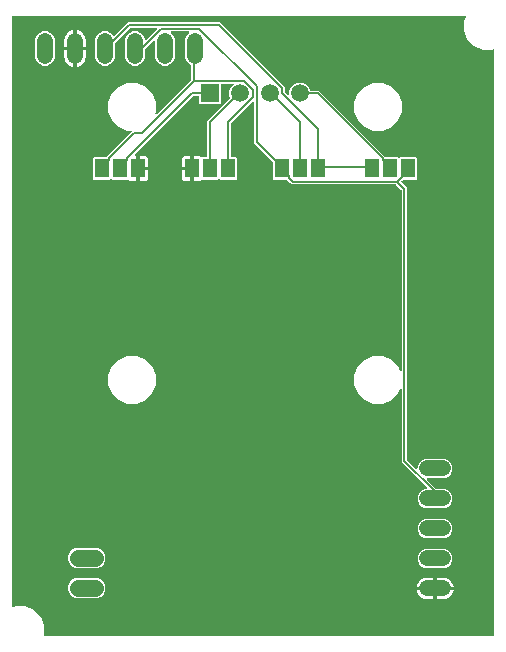
<source format=gbr>
G04 EAGLE Gerber RS-274X export*
G75*
%MOMM*%
%FSLAX34Y34*%
%LPD*%
%INBottom Copper*%
%IPPOS*%
%AMOC8*
5,1,8,0,0,1.08239X$1,22.5*%
G01*
%ADD10R,1.168400X1.600200*%
%ADD11C,1.320800*%
%ADD12R,1.508000X1.508000*%
%ADD13C,1.508000*%
%ADD14C,1.422400*%
%ADD15C,0.152400*%

G36*
X582698Y111764D02*
X582698Y111764D01*
X582717Y111762D01*
X582819Y111784D01*
X582921Y111800D01*
X582938Y111810D01*
X582958Y111814D01*
X583047Y111867D01*
X583138Y111916D01*
X583152Y111930D01*
X583169Y111940D01*
X583236Y112019D01*
X583308Y112094D01*
X583316Y112112D01*
X583329Y112127D01*
X583368Y112223D01*
X583411Y112317D01*
X583413Y112337D01*
X583421Y112355D01*
X583439Y112522D01*
X583439Y608004D01*
X583432Y608049D01*
X583434Y608095D01*
X583412Y608170D01*
X583400Y608247D01*
X583378Y608287D01*
X583365Y608332D01*
X583321Y608396D01*
X583284Y608464D01*
X583251Y608496D01*
X583225Y608534D01*
X583162Y608580D01*
X583106Y608634D01*
X583065Y608653D01*
X583028Y608680D01*
X582953Y608704D01*
X582883Y608737D01*
X582837Y608742D01*
X582794Y608756D01*
X582716Y608756D01*
X582639Y608764D01*
X582594Y608755D01*
X582548Y608754D01*
X582417Y608716D01*
X582398Y608712D01*
X582394Y608709D01*
X582387Y608707D01*
X581860Y608489D01*
X573840Y608489D01*
X566430Y611559D01*
X560759Y617230D01*
X557689Y624640D01*
X557689Y632660D01*
X559233Y636387D01*
X559243Y636431D01*
X559263Y636473D01*
X559271Y636550D01*
X559289Y636626D01*
X559285Y636672D01*
X559290Y636717D01*
X559273Y636794D01*
X559266Y636871D01*
X559247Y636913D01*
X559238Y636958D01*
X559198Y637025D01*
X559166Y637096D01*
X559135Y637130D01*
X559111Y637169D01*
X559052Y637220D01*
X559000Y637277D01*
X558959Y637299D01*
X558924Y637329D01*
X558852Y637358D01*
X558784Y637395D01*
X558739Y637404D01*
X558696Y637421D01*
X558560Y637436D01*
X558542Y637439D01*
X558537Y637438D01*
X558530Y637439D01*
X176022Y637439D01*
X176002Y637436D01*
X175983Y637438D01*
X175881Y637416D01*
X175779Y637400D01*
X175762Y637390D01*
X175742Y637386D01*
X175653Y637333D01*
X175562Y637284D01*
X175548Y637270D01*
X175531Y637260D01*
X175464Y637181D01*
X175392Y637106D01*
X175384Y637088D01*
X175371Y637073D01*
X175332Y636977D01*
X175289Y636883D01*
X175287Y636863D01*
X175279Y636845D01*
X175261Y636678D01*
X175261Y137242D01*
X175268Y137197D01*
X175266Y137151D01*
X175288Y137076D01*
X175300Y136999D01*
X175322Y136959D01*
X175335Y136914D01*
X175379Y136850D01*
X175416Y136782D01*
X175449Y136750D01*
X175475Y136712D01*
X175537Y136666D01*
X175594Y136612D01*
X175636Y136593D01*
X175672Y136566D01*
X175746Y136542D01*
X175817Y136509D01*
X175863Y136504D01*
X175906Y136489D01*
X175984Y136490D01*
X176061Y136482D01*
X176106Y136491D01*
X176152Y136492D01*
X176284Y136530D01*
X176302Y136534D01*
X176306Y136536D01*
X176313Y136539D01*
X178306Y137364D01*
X186326Y137364D01*
X193736Y134295D01*
X199408Y128623D01*
X202477Y121213D01*
X202477Y113193D01*
X202320Y112813D01*
X202309Y112769D01*
X202290Y112727D01*
X202281Y112650D01*
X202263Y112574D01*
X202268Y112528D01*
X202263Y112483D01*
X202279Y112406D01*
X202286Y112329D01*
X202305Y112287D01*
X202315Y112242D01*
X202355Y112175D01*
X202386Y112104D01*
X202418Y112070D01*
X202441Y112031D01*
X202500Y111980D01*
X202553Y111923D01*
X202593Y111901D01*
X202628Y111871D01*
X202700Y111842D01*
X202768Y111805D01*
X202813Y111796D01*
X202856Y111779D01*
X202992Y111764D01*
X203010Y111761D01*
X203015Y111762D01*
X203023Y111761D01*
X582678Y111761D01*
X582698Y111764D01*
G37*
%LPC*%
G36*
X525179Y220471D02*
X525179Y220471D01*
X522191Y221709D01*
X519905Y223995D01*
X518667Y226983D01*
X518667Y230217D01*
X519905Y233205D01*
X522191Y235491D01*
X525179Y236729D01*
X526296Y236729D01*
X526366Y236740D01*
X526438Y236742D01*
X526487Y236760D01*
X526538Y236768D01*
X526602Y236802D01*
X526669Y236827D01*
X526710Y236859D01*
X526756Y236884D01*
X526805Y236936D01*
X526861Y236980D01*
X526889Y237024D01*
X526925Y237062D01*
X526955Y237127D01*
X526994Y237187D01*
X527007Y237238D01*
X527029Y237285D01*
X527037Y237356D01*
X527054Y237426D01*
X527050Y237478D01*
X527056Y237529D01*
X527041Y237600D01*
X527035Y237671D01*
X527015Y237719D01*
X527004Y237770D01*
X526967Y237831D01*
X526939Y237897D01*
X526894Y237953D01*
X526877Y237981D01*
X526860Y237996D01*
X526834Y238028D01*
X506768Y258094D01*
X505205Y259657D01*
X505205Y320862D01*
X505190Y320958D01*
X505180Y321055D01*
X505170Y321079D01*
X505166Y321105D01*
X505120Y321191D01*
X505080Y321280D01*
X505063Y321299D01*
X505050Y321322D01*
X504980Y321390D01*
X504914Y321461D01*
X504891Y321474D01*
X504872Y321492D01*
X504784Y321533D01*
X504698Y321580D01*
X504673Y321584D01*
X504649Y321595D01*
X504552Y321606D01*
X504456Y321623D01*
X504430Y321620D01*
X504405Y321623D01*
X504309Y321602D01*
X504213Y321588D01*
X504190Y321576D01*
X504164Y321570D01*
X504081Y321520D01*
X503994Y321476D01*
X503975Y321457D01*
X503953Y321444D01*
X503890Y321370D01*
X503822Y321301D01*
X503806Y321272D01*
X503793Y321257D01*
X503781Y321227D01*
X503741Y321154D01*
X502231Y317510D01*
X496560Y311839D01*
X489150Y308769D01*
X481130Y308769D01*
X473720Y311839D01*
X468049Y317510D01*
X464979Y324920D01*
X464979Y332940D01*
X468049Y340350D01*
X473720Y346021D01*
X481130Y349091D01*
X489150Y349091D01*
X496560Y346021D01*
X502231Y340350D01*
X503741Y336706D01*
X503792Y336623D01*
X503838Y336538D01*
X503856Y336520D01*
X503870Y336497D01*
X503946Y336435D01*
X504016Y336368D01*
X504040Y336357D01*
X504060Y336340D01*
X504151Y336306D01*
X504239Y336265D01*
X504265Y336262D01*
X504289Y336252D01*
X504387Y336248D01*
X504483Y336237D01*
X504509Y336243D01*
X504535Y336242D01*
X504629Y336269D01*
X504724Y336290D01*
X504746Y336303D01*
X504771Y336310D01*
X504851Y336366D01*
X504935Y336416D01*
X504952Y336436D01*
X504973Y336451D01*
X505032Y336529D01*
X505095Y336603D01*
X505105Y336627D01*
X505120Y336648D01*
X505150Y336741D01*
X505187Y336831D01*
X505190Y336863D01*
X505196Y336882D01*
X505196Y336915D01*
X505205Y336998D01*
X505205Y489465D01*
X505191Y489556D01*
X505183Y489646D01*
X505171Y489676D01*
X505166Y489708D01*
X505123Y489789D01*
X505087Y489873D01*
X505061Y489905D01*
X505050Y489926D01*
X505027Y489948D01*
X504982Y490004D01*
X500672Y494314D01*
X500598Y494367D01*
X500528Y494427D01*
X500498Y494439D01*
X500472Y494458D01*
X500385Y494485D01*
X500300Y494519D01*
X500259Y494523D01*
X500237Y494530D01*
X500205Y494529D01*
X500133Y494537D01*
X412057Y494537D01*
X410494Y496100D01*
X408343Y498251D01*
X408269Y498304D01*
X408199Y498364D01*
X408169Y498376D01*
X408143Y498395D01*
X408056Y498422D01*
X407971Y498456D01*
X407930Y498460D01*
X407908Y498467D01*
X407876Y498466D01*
X407805Y498474D01*
X397386Y498474D01*
X396493Y499367D01*
X396493Y512833D01*
X396479Y512924D01*
X396471Y513014D01*
X396459Y513044D01*
X396454Y513076D01*
X396411Y513157D01*
X396375Y513241D01*
X396349Y513273D01*
X396338Y513294D01*
X396315Y513316D01*
X396270Y513372D01*
X380237Y529405D01*
X380237Y564142D01*
X380226Y564212D01*
X380224Y564284D01*
X380206Y564333D01*
X380198Y564384D01*
X380164Y564448D01*
X380139Y564515D01*
X380107Y564556D01*
X380082Y564602D01*
X380030Y564651D01*
X379986Y564707D01*
X379942Y564735D01*
X379904Y564771D01*
X379839Y564801D01*
X379779Y564840D01*
X379728Y564853D01*
X379681Y564875D01*
X379610Y564883D01*
X379540Y564900D01*
X379488Y564896D01*
X379437Y564902D01*
X379366Y564887D01*
X379295Y564881D01*
X379247Y564861D01*
X379196Y564850D01*
X379135Y564813D01*
X379069Y564785D01*
X379013Y564740D01*
X378985Y564723D01*
X378970Y564706D01*
X378938Y564680D01*
X360650Y546392D01*
X360597Y546318D01*
X360537Y546248D01*
X360525Y546218D01*
X360506Y546192D01*
X360479Y546105D01*
X360445Y546020D01*
X360441Y545979D01*
X360434Y545957D01*
X360435Y545925D01*
X360427Y545853D01*
X360427Y518287D01*
X360430Y518267D01*
X360428Y518248D01*
X360450Y518146D01*
X360466Y518044D01*
X360476Y518027D01*
X360480Y518007D01*
X360533Y517918D01*
X360582Y517827D01*
X360596Y517813D01*
X360606Y517796D01*
X360685Y517729D01*
X360760Y517657D01*
X360778Y517649D01*
X360793Y517636D01*
X360889Y517597D01*
X360983Y517554D01*
X361003Y517552D01*
X361021Y517544D01*
X361188Y517526D01*
X364614Y517526D01*
X365507Y516633D01*
X365507Y499367D01*
X364614Y498474D01*
X351666Y498474D01*
X351058Y499082D01*
X351042Y499094D01*
X351030Y499110D01*
X350942Y499166D01*
X350859Y499226D01*
X350840Y499232D01*
X350823Y499243D01*
X350722Y499268D01*
X350623Y499298D01*
X350604Y499298D01*
X350584Y499303D01*
X350481Y499295D01*
X350378Y499292D01*
X350359Y499285D01*
X350339Y499284D01*
X350244Y499243D01*
X350147Y499208D01*
X350131Y499195D01*
X350113Y499187D01*
X349982Y499082D01*
X349374Y498474D01*
X336383Y498474D01*
X336337Y498508D01*
X336318Y498513D01*
X336301Y498524D01*
X336201Y498549D01*
X336102Y498580D01*
X336082Y498579D01*
X336063Y498584D01*
X335960Y498576D01*
X335856Y498574D01*
X335837Y498567D01*
X335817Y498565D01*
X335722Y498525D01*
X335625Y498489D01*
X335609Y498477D01*
X335591Y498469D01*
X335460Y498364D01*
X335062Y497966D01*
X334483Y497631D01*
X333836Y497458D01*
X329183Y497458D01*
X329183Y507238D01*
X329180Y507258D01*
X329182Y507277D01*
X329160Y507379D01*
X329143Y507481D01*
X329134Y507498D01*
X329130Y507518D01*
X329077Y507607D01*
X329028Y507698D01*
X329014Y507712D01*
X329004Y507729D01*
X328925Y507796D01*
X328850Y507867D01*
X328832Y507876D01*
X328817Y507889D01*
X328721Y507928D01*
X328627Y507971D01*
X328607Y507973D01*
X328589Y507981D01*
X328422Y507999D01*
X327659Y507999D01*
X327659Y508001D01*
X328422Y508001D01*
X328442Y508004D01*
X328461Y508002D01*
X328563Y508024D01*
X328665Y508041D01*
X328682Y508050D01*
X328702Y508054D01*
X328791Y508107D01*
X328882Y508156D01*
X328896Y508170D01*
X328913Y508180D01*
X328980Y508259D01*
X329051Y508334D01*
X329060Y508352D01*
X329073Y508367D01*
X329112Y508463D01*
X329155Y508557D01*
X329157Y508577D01*
X329165Y508595D01*
X329183Y508762D01*
X329183Y518542D01*
X333836Y518542D01*
X334483Y518369D01*
X335062Y518034D01*
X335460Y517636D01*
X335476Y517624D01*
X335489Y517609D01*
X335576Y517553D01*
X335660Y517492D01*
X335679Y517487D01*
X335696Y517476D01*
X335796Y517451D01*
X335895Y517420D01*
X335915Y517421D01*
X335934Y517416D01*
X336037Y517424D01*
X336141Y517426D01*
X336160Y517433D01*
X336180Y517435D01*
X336275Y517475D01*
X336372Y517511D01*
X336387Y517523D01*
X336393Y517526D01*
X339852Y517526D01*
X339872Y517529D01*
X339891Y517527D01*
X339993Y517549D01*
X340095Y517565D01*
X340112Y517575D01*
X340132Y517579D01*
X340221Y517632D01*
X340312Y517681D01*
X340326Y517695D01*
X340343Y517705D01*
X340410Y517784D01*
X340482Y517859D01*
X340490Y517877D01*
X340503Y517892D01*
X340542Y517988D01*
X340585Y518082D01*
X340587Y518102D01*
X340595Y518120D01*
X340613Y518287D01*
X340613Y548063D01*
X359758Y567208D01*
X359815Y567287D01*
X359847Y567321D01*
X359860Y567348D01*
X359896Y567396D01*
X359898Y567402D01*
X359901Y567407D01*
X359929Y567496D01*
X359951Y567544D01*
X359955Y567578D01*
X359972Y567630D01*
X359972Y567636D01*
X359974Y567642D01*
X359971Y567728D01*
X359978Y567789D01*
X359970Y567827D01*
X359969Y567876D01*
X359967Y567883D01*
X359967Y567888D01*
X359961Y567906D01*
X359928Y568018D01*
X359926Y568029D01*
X359924Y568032D01*
X359923Y568037D01*
X359235Y569697D01*
X359235Y573303D01*
X360615Y576635D01*
X362562Y578582D01*
X362604Y578640D01*
X362653Y578692D01*
X362675Y578739D01*
X362706Y578781D01*
X362727Y578850D01*
X362757Y578915D01*
X362763Y578967D01*
X362778Y579017D01*
X362776Y579088D01*
X362784Y579159D01*
X362773Y579210D01*
X362772Y579262D01*
X362747Y579330D01*
X362732Y579400D01*
X362705Y579445D01*
X362687Y579493D01*
X362642Y579549D01*
X362606Y579611D01*
X362566Y579645D01*
X362534Y579685D01*
X362473Y579724D01*
X362419Y579771D01*
X362371Y579790D01*
X362327Y579818D01*
X362257Y579836D01*
X362191Y579863D01*
X362119Y579871D01*
X362088Y579879D01*
X362065Y579877D01*
X362024Y579881D01*
X352726Y579881D01*
X352706Y579878D01*
X352687Y579880D01*
X352585Y579858D01*
X352483Y579842D01*
X352466Y579832D01*
X352446Y579828D01*
X352357Y579775D01*
X352266Y579726D01*
X352252Y579712D01*
X352235Y579702D01*
X352168Y579623D01*
X352096Y579548D01*
X352088Y579530D01*
X352075Y579515D01*
X352036Y579419D01*
X351993Y579325D01*
X351991Y579305D01*
X351983Y579287D01*
X351965Y579120D01*
X351965Y563328D01*
X351072Y562435D01*
X334728Y562435D01*
X333835Y563328D01*
X333835Y568452D01*
X333832Y568472D01*
X333834Y568491D01*
X333812Y568593D01*
X333796Y568695D01*
X333786Y568712D01*
X333782Y568732D01*
X333729Y568821D01*
X333680Y568912D01*
X333666Y568926D01*
X333656Y568943D01*
X333577Y569010D01*
X333502Y569082D01*
X333484Y569090D01*
X333469Y569103D01*
X333373Y569142D01*
X333279Y569185D01*
X333259Y569187D01*
X333241Y569195D01*
X333074Y569213D01*
X328923Y569213D01*
X328832Y569199D01*
X328742Y569191D01*
X328712Y569179D01*
X328680Y569174D01*
X328599Y569131D01*
X328515Y569095D01*
X328483Y569069D01*
X328462Y569058D01*
X328440Y569035D01*
X328384Y568990D01*
X279235Y519841D01*
X279193Y519783D01*
X279144Y519731D01*
X279122Y519684D01*
X279092Y519642D01*
X279071Y519573D01*
X279040Y519508D01*
X279035Y519456D01*
X279019Y519406D01*
X279021Y519335D01*
X279013Y519264D01*
X279024Y519213D01*
X279026Y519161D01*
X279050Y519093D01*
X279065Y519023D01*
X279092Y518978D01*
X279110Y518930D01*
X279155Y518874D01*
X279192Y518812D01*
X279231Y518778D01*
X279264Y518738D01*
X279324Y518699D01*
X279379Y518652D01*
X279427Y518633D01*
X279471Y518605D01*
X279540Y518587D01*
X279607Y518560D01*
X279678Y518552D01*
X279709Y518544D01*
X279733Y518546D01*
X279773Y518542D01*
X280417Y518542D01*
X280417Y508762D01*
X280420Y508742D01*
X280418Y508723D01*
X280440Y508621D01*
X280457Y508519D01*
X280466Y508502D01*
X280470Y508482D01*
X280523Y508393D01*
X280572Y508302D01*
X280586Y508288D01*
X280596Y508271D01*
X280675Y508204D01*
X280750Y508133D01*
X280768Y508124D01*
X280783Y508111D01*
X280879Y508072D01*
X280973Y508029D01*
X280993Y508027D01*
X281011Y508019D01*
X281178Y508001D01*
X281941Y508001D01*
X281941Y507999D01*
X281178Y507999D01*
X281158Y507996D01*
X281139Y507998D01*
X281037Y507976D01*
X280935Y507959D01*
X280918Y507950D01*
X280898Y507946D01*
X280809Y507893D01*
X280718Y507844D01*
X280704Y507830D01*
X280687Y507820D01*
X280620Y507741D01*
X280549Y507666D01*
X280540Y507648D01*
X280527Y507633D01*
X280488Y507537D01*
X280445Y507443D01*
X280443Y507423D01*
X280435Y507405D01*
X280417Y507238D01*
X280417Y497458D01*
X275764Y497458D01*
X275117Y497631D01*
X274538Y497966D01*
X274140Y498364D01*
X274124Y498376D01*
X274111Y498391D01*
X274024Y498447D01*
X273940Y498508D01*
X273921Y498513D01*
X273904Y498524D01*
X273804Y498549D01*
X273705Y498580D01*
X273685Y498579D01*
X273666Y498584D01*
X273563Y498576D01*
X273459Y498574D01*
X273440Y498567D01*
X273420Y498565D01*
X273325Y498525D01*
X273228Y498489D01*
X273213Y498477D01*
X273207Y498474D01*
X260226Y498474D01*
X259618Y499082D01*
X259602Y499094D01*
X259590Y499110D01*
X259502Y499166D01*
X259419Y499226D01*
X259400Y499232D01*
X259383Y499243D01*
X259282Y499268D01*
X259183Y499298D01*
X259164Y499298D01*
X259144Y499303D01*
X259041Y499295D01*
X258938Y499292D01*
X258919Y499285D01*
X258899Y499284D01*
X258804Y499243D01*
X258707Y499208D01*
X258691Y499195D01*
X258673Y499187D01*
X258542Y499082D01*
X257934Y498474D01*
X244986Y498474D01*
X244093Y499367D01*
X244093Y516633D01*
X244986Y517526D01*
X254896Y517526D01*
X254987Y517540D01*
X255077Y517548D01*
X255107Y517560D01*
X255139Y517565D01*
X255220Y517608D01*
X255304Y517644D01*
X255336Y517670D01*
X255357Y517681D01*
X255379Y517704D01*
X255435Y517749D01*
X276296Y538610D01*
X276338Y538668D01*
X276387Y538720D01*
X276409Y538767D01*
X276439Y538809D01*
X276460Y538878D01*
X276491Y538943D01*
X276496Y538995D01*
X276512Y539045D01*
X276510Y539116D01*
X276518Y539187D01*
X276507Y539238D01*
X276505Y539290D01*
X276481Y539358D01*
X276466Y539428D01*
X276439Y539473D01*
X276421Y539521D01*
X276376Y539577D01*
X276339Y539639D01*
X276300Y539673D01*
X276267Y539713D01*
X276207Y539752D01*
X276152Y539799D01*
X276104Y539818D01*
X276060Y539846D01*
X275991Y539864D01*
X275924Y539891D01*
X275853Y539899D01*
X275822Y539907D01*
X275798Y539905D01*
X275758Y539909D01*
X272850Y539909D01*
X265440Y542979D01*
X259769Y548650D01*
X256699Y556060D01*
X256699Y564080D01*
X259769Y571490D01*
X265440Y577161D01*
X272850Y580231D01*
X280870Y580231D01*
X288280Y577161D01*
X293951Y571490D01*
X297021Y564080D01*
X297021Y556060D01*
X296490Y554780D01*
X296468Y554685D01*
X296440Y554592D01*
X296440Y554565D01*
X296434Y554540D01*
X296443Y554443D01*
X296446Y554346D01*
X296455Y554321D01*
X296457Y554295D01*
X296497Y554206D01*
X296530Y554115D01*
X296547Y554094D01*
X296557Y554070D01*
X296623Y553999D01*
X296684Y553923D01*
X296706Y553909D01*
X296724Y553889D01*
X296809Y553842D01*
X296891Y553790D01*
X296916Y553783D01*
X296939Y553771D01*
X297035Y553753D01*
X297129Y553730D01*
X297155Y553732D01*
X297181Y553727D01*
X297278Y553741D01*
X297375Y553749D01*
X297399Y553759D01*
X297425Y553763D01*
X297512Y553807D01*
X297601Y553845D01*
X297626Y553865D01*
X297644Y553874D01*
X297667Y553898D01*
X297732Y553950D01*
X326674Y582892D01*
X326727Y582966D01*
X326787Y583036D01*
X326799Y583066D01*
X326818Y583092D01*
X326845Y583179D01*
X326879Y583264D01*
X326883Y583305D01*
X326890Y583327D01*
X326889Y583359D01*
X326897Y583431D01*
X326897Y595057D01*
X326878Y595172D01*
X326861Y595288D01*
X326859Y595294D01*
X326858Y595300D01*
X326803Y595402D01*
X326750Y595507D01*
X326745Y595512D01*
X326742Y595517D01*
X326658Y595597D01*
X326574Y595679D01*
X326568Y595683D01*
X326564Y595686D01*
X326547Y595694D01*
X326427Y595760D01*
X325595Y596105D01*
X323309Y598391D01*
X322071Y601379D01*
X322071Y617821D01*
X323309Y620809D01*
X325278Y622778D01*
X325320Y622836D01*
X325369Y622888D01*
X325391Y622935D01*
X325422Y622977D01*
X325443Y623046D01*
X325473Y623111D01*
X325479Y623163D01*
X325494Y623213D01*
X325492Y623284D01*
X325500Y623355D01*
X325489Y623406D01*
X325488Y623458D01*
X325463Y623526D01*
X325448Y623596D01*
X325421Y623641D01*
X325403Y623689D01*
X325358Y623745D01*
X325321Y623807D01*
X325282Y623841D01*
X325249Y623881D01*
X325189Y623920D01*
X325135Y623967D01*
X325086Y623986D01*
X325042Y624014D01*
X324973Y624032D01*
X324906Y624059D01*
X324835Y624067D01*
X324804Y624075D01*
X324781Y624073D01*
X324740Y624077D01*
X310260Y624077D01*
X310190Y624066D01*
X310118Y624064D01*
X310069Y624046D01*
X310018Y624038D01*
X309954Y624004D01*
X309887Y623979D01*
X309846Y623947D01*
X309800Y623922D01*
X309751Y623870D01*
X309695Y623826D01*
X309667Y623782D01*
X309631Y623744D01*
X309601Y623679D01*
X309562Y623619D01*
X309549Y623568D01*
X309527Y623521D01*
X309519Y623450D01*
X309502Y623380D01*
X309506Y623328D01*
X309500Y623277D01*
X309515Y623206D01*
X309521Y623135D01*
X309541Y623087D01*
X309552Y623036D01*
X309589Y622975D01*
X309617Y622909D01*
X309662Y622853D01*
X309679Y622825D01*
X309696Y622810D01*
X309722Y622778D01*
X311691Y620809D01*
X312929Y617821D01*
X312929Y601379D01*
X311691Y598391D01*
X309405Y596105D01*
X306417Y594867D01*
X303183Y594867D01*
X300195Y596105D01*
X297909Y598391D01*
X296671Y601379D01*
X296671Y616212D01*
X296660Y616282D01*
X296658Y616354D01*
X296640Y616403D01*
X296632Y616454D01*
X296598Y616518D01*
X296573Y616585D01*
X296541Y616626D01*
X296516Y616672D01*
X296465Y616721D01*
X296420Y616777D01*
X296376Y616805D01*
X296338Y616841D01*
X296273Y616871D01*
X296213Y616910D01*
X296162Y616923D01*
X296115Y616945D01*
X296044Y616953D01*
X295974Y616970D01*
X295922Y616966D01*
X295871Y616972D01*
X295800Y616957D01*
X295729Y616951D01*
X295681Y616931D01*
X295630Y616920D01*
X295569Y616883D01*
X295503Y616855D01*
X295447Y616810D01*
X295419Y616793D01*
X295404Y616776D01*
X295372Y616750D01*
X287752Y609130D01*
X287699Y609056D01*
X287639Y608986D01*
X287627Y608956D01*
X287608Y608930D01*
X287581Y608843D01*
X287547Y608758D01*
X287543Y608717D01*
X287536Y608695D01*
X287537Y608663D01*
X287529Y608592D01*
X287529Y601379D01*
X286291Y598391D01*
X284005Y596105D01*
X281017Y594867D01*
X277783Y594867D01*
X274795Y596105D01*
X272509Y598391D01*
X271271Y601379D01*
X271271Y617821D01*
X272509Y620809D01*
X274795Y623095D01*
X277783Y624333D01*
X281017Y624333D01*
X284005Y623095D01*
X286291Y620809D01*
X287529Y617821D01*
X287529Y617212D01*
X287531Y617200D01*
X287530Y617191D01*
X287540Y617146D01*
X287540Y617142D01*
X287542Y617070D01*
X287560Y617021D01*
X287568Y616970D01*
X287602Y616906D01*
X287627Y616839D01*
X287659Y616798D01*
X287684Y616752D01*
X287735Y616703D01*
X287780Y616647D01*
X287824Y616619D01*
X287862Y616583D01*
X287927Y616553D01*
X287987Y616514D01*
X288038Y616501D01*
X288085Y616479D01*
X288156Y616471D01*
X288226Y616454D01*
X288278Y616458D01*
X288329Y616452D01*
X288400Y616467D01*
X288471Y616473D01*
X288519Y616493D01*
X288570Y616504D01*
X288631Y616541D01*
X288697Y616569D01*
X288753Y616614D01*
X288781Y616631D01*
X288796Y616648D01*
X288828Y616674D01*
X297980Y625826D01*
X298022Y625884D01*
X298071Y625936D01*
X298093Y625983D01*
X298123Y626025D01*
X298144Y626094D01*
X298175Y626159D01*
X298180Y626211D01*
X298196Y626261D01*
X298194Y626332D01*
X298202Y626403D01*
X298191Y626454D01*
X298189Y626506D01*
X298165Y626574D01*
X298150Y626644D01*
X298123Y626688D01*
X298105Y626737D01*
X298060Y626793D01*
X298023Y626855D01*
X297984Y626889D01*
X297951Y626929D01*
X297891Y626968D01*
X297836Y627015D01*
X297788Y627034D01*
X297744Y627062D01*
X297675Y627080D01*
X297608Y627107D01*
X297537Y627115D01*
X297506Y627123D01*
X297482Y627121D01*
X297442Y627125D01*
X275583Y627125D01*
X275492Y627111D01*
X275402Y627103D01*
X275372Y627091D01*
X275340Y627086D01*
X275259Y627043D01*
X275175Y627007D01*
X275143Y626981D01*
X275122Y626970D01*
X275100Y626947D01*
X275044Y626902D01*
X262352Y614210D01*
X262299Y614136D01*
X262239Y614066D01*
X262227Y614036D01*
X262208Y614010D01*
X262181Y613923D01*
X262147Y613838D01*
X262143Y613797D01*
X262136Y613775D01*
X262137Y613743D01*
X262129Y613672D01*
X262129Y601379D01*
X260891Y598391D01*
X258605Y596105D01*
X255617Y594867D01*
X252383Y594867D01*
X249395Y596105D01*
X247109Y598391D01*
X245871Y601379D01*
X245871Y617821D01*
X247109Y620809D01*
X249395Y623095D01*
X252383Y624333D01*
X255617Y624333D01*
X258605Y623095D01*
X260891Y620809D01*
X260921Y620736D01*
X260946Y620697D01*
X260961Y620654D01*
X261010Y620593D01*
X261034Y620554D01*
X261039Y620546D01*
X261051Y620527D01*
X261086Y620498D01*
X261115Y620462D01*
X261180Y620420D01*
X261240Y620370D01*
X261283Y620353D01*
X261322Y620329D01*
X261397Y620310D01*
X261470Y620282D01*
X261516Y620280D01*
X261560Y620269D01*
X261638Y620275D01*
X261716Y620271D01*
X261760Y620284D01*
X261806Y620288D01*
X261867Y620314D01*
X261877Y620315D01*
X261889Y620321D01*
X261952Y620340D01*
X261990Y620366D01*
X262032Y620384D01*
X262081Y620423D01*
X262095Y620431D01*
X262109Y620446D01*
X262139Y620469D01*
X262154Y620480D01*
X262157Y620484D01*
X262163Y620489D01*
X273373Y631699D01*
X351467Y631699D01*
X353030Y630136D01*
X406147Y577019D01*
X406147Y572763D01*
X406161Y572672D01*
X406169Y572582D01*
X406181Y572552D01*
X406186Y572520D01*
X406229Y572439D01*
X406265Y572355D01*
X406291Y572323D01*
X406302Y572302D01*
X406325Y572280D01*
X406370Y572224D01*
X408736Y569858D01*
X408794Y569816D01*
X408846Y569767D01*
X408893Y569745D01*
X408935Y569715D01*
X409004Y569694D01*
X409069Y569663D01*
X409121Y569658D01*
X409171Y569642D01*
X409242Y569644D01*
X409313Y569636D01*
X409364Y569647D01*
X409416Y569649D01*
X409484Y569673D01*
X409554Y569688D01*
X409599Y569715D01*
X409647Y569733D01*
X409703Y569778D01*
X409765Y569815D01*
X409799Y569854D01*
X409839Y569887D01*
X409878Y569947D01*
X409925Y570002D01*
X409944Y570050D01*
X409972Y570094D01*
X409990Y570163D01*
X410017Y570230D01*
X410025Y570301D01*
X410033Y570332D01*
X410031Y570356D01*
X410035Y570396D01*
X410035Y573303D01*
X411415Y576635D01*
X413965Y579185D01*
X417297Y580565D01*
X420903Y580565D01*
X424235Y579185D01*
X426785Y576635D01*
X427770Y574257D01*
X427832Y574157D01*
X427891Y574057D01*
X427896Y574053D01*
X427899Y574048D01*
X427990Y573973D01*
X428078Y573897D01*
X428084Y573895D01*
X428089Y573891D01*
X428197Y573849D01*
X428306Y573805D01*
X428314Y573804D01*
X428318Y573803D01*
X428337Y573802D01*
X428473Y573787D01*
X435287Y573787D01*
X491325Y517749D01*
X491399Y517696D01*
X491469Y517636D01*
X491499Y517624D01*
X491525Y517605D01*
X491612Y517578D01*
X491697Y517544D01*
X491738Y517540D01*
X491760Y517533D01*
X491792Y517534D01*
X491864Y517526D01*
X501774Y517526D01*
X502382Y516918D01*
X502398Y516906D01*
X502410Y516890D01*
X502498Y516834D01*
X502581Y516774D01*
X502600Y516768D01*
X502617Y516757D01*
X502718Y516732D01*
X502817Y516702D01*
X502836Y516702D01*
X502856Y516697D01*
X502959Y516705D01*
X503062Y516708D01*
X503081Y516715D01*
X503101Y516716D01*
X503196Y516757D01*
X503293Y516792D01*
X503309Y516805D01*
X503327Y516813D01*
X503458Y516918D01*
X504066Y517526D01*
X517014Y517526D01*
X517907Y516633D01*
X517907Y499367D01*
X517014Y498474D01*
X506595Y498474D01*
X506505Y498460D01*
X506414Y498452D01*
X506385Y498440D01*
X506353Y498435D01*
X506272Y498392D01*
X506188Y498356D01*
X506156Y498330D01*
X506135Y498319D01*
X506113Y498296D01*
X506057Y498251D01*
X505168Y497362D01*
X505157Y497346D01*
X505141Y497334D01*
X505085Y497246D01*
X505025Y497163D01*
X505019Y497144D01*
X505008Y497127D01*
X504983Y497026D01*
X504952Y496927D01*
X504953Y496908D01*
X504948Y496888D01*
X504956Y496785D01*
X504959Y496682D01*
X504966Y496663D01*
X504967Y496643D01*
X505007Y496548D01*
X505043Y496451D01*
X505056Y496435D01*
X505063Y496417D01*
X505168Y496286D01*
X509779Y491675D01*
X509779Y261867D01*
X509793Y261776D01*
X509801Y261686D01*
X509813Y261656D01*
X509818Y261624D01*
X509861Y261543D01*
X509897Y261459D01*
X509923Y261427D01*
X509934Y261406D01*
X509957Y261384D01*
X510002Y261328D01*
X517368Y253962D01*
X517426Y253920D01*
X517478Y253871D01*
X517525Y253849D01*
X517567Y253819D01*
X517636Y253798D01*
X517701Y253767D01*
X517753Y253762D01*
X517803Y253746D01*
X517874Y253748D01*
X517945Y253740D01*
X517996Y253751D01*
X518048Y253753D01*
X518116Y253777D01*
X518186Y253792D01*
X518231Y253819D01*
X518279Y253837D01*
X518335Y253882D01*
X518397Y253919D01*
X518431Y253958D01*
X518471Y253991D01*
X518510Y254051D01*
X518557Y254106D01*
X518576Y254154D01*
X518604Y254198D01*
X518622Y254267D01*
X518649Y254334D01*
X518657Y254405D01*
X518665Y254436D01*
X518663Y254460D01*
X518667Y254500D01*
X518667Y255617D01*
X519905Y258605D01*
X522191Y260891D01*
X525179Y262129D01*
X541621Y262129D01*
X544609Y260891D01*
X546895Y258605D01*
X548133Y255617D01*
X548133Y252383D01*
X546895Y249395D01*
X544609Y247109D01*
X541621Y245871D01*
X527296Y245871D01*
X527226Y245860D01*
X527154Y245858D01*
X527105Y245840D01*
X527054Y245832D01*
X526990Y245798D01*
X526923Y245773D01*
X526882Y245741D01*
X526836Y245716D01*
X526787Y245664D01*
X526731Y245620D01*
X526703Y245576D01*
X526667Y245538D01*
X526637Y245473D01*
X526598Y245413D01*
X526585Y245362D01*
X526563Y245315D01*
X526555Y245244D01*
X526538Y245174D01*
X526542Y245122D01*
X526536Y245071D01*
X526551Y245000D01*
X526557Y244929D01*
X526577Y244881D01*
X526588Y244830D01*
X526625Y244769D01*
X526653Y244703D01*
X526698Y244647D01*
X526715Y244619D01*
X526732Y244604D01*
X526758Y244572D01*
X534378Y236952D01*
X534452Y236899D01*
X534522Y236839D01*
X534552Y236827D01*
X534578Y236808D01*
X534665Y236781D01*
X534750Y236747D01*
X534791Y236743D01*
X534813Y236736D01*
X534845Y236737D01*
X534917Y236729D01*
X541621Y236729D01*
X544609Y235491D01*
X546895Y233205D01*
X548133Y230217D01*
X548133Y226983D01*
X546895Y223995D01*
X544609Y221709D01*
X541621Y220471D01*
X525179Y220471D01*
G37*
%LPD*%
%LPC*%
G36*
X481130Y539909D02*
X481130Y539909D01*
X473720Y542979D01*
X468049Y548650D01*
X464979Y556060D01*
X464979Y564080D01*
X468049Y571490D01*
X473720Y577161D01*
X481130Y580231D01*
X489150Y580231D01*
X496560Y577161D01*
X502231Y571490D01*
X505301Y564080D01*
X505301Y556060D01*
X502231Y548650D01*
X496560Y542979D01*
X489150Y539909D01*
X481130Y539909D01*
G37*
%LPD*%
%LPC*%
G36*
X272850Y308769D02*
X272850Y308769D01*
X265440Y311839D01*
X259769Y317510D01*
X256699Y324920D01*
X256699Y332940D01*
X259769Y340350D01*
X265440Y346021D01*
X272850Y349091D01*
X280870Y349091D01*
X288280Y346021D01*
X293951Y340350D01*
X297021Y332940D01*
X297021Y324920D01*
X293951Y317510D01*
X288280Y311839D01*
X280870Y308769D01*
X272850Y308769D01*
G37*
%LPD*%
%LPC*%
G36*
X229552Y169594D02*
X229552Y169594D01*
X226378Y170908D01*
X223948Y173338D01*
X222633Y176512D01*
X222633Y179948D01*
X223948Y183123D01*
X226378Y185552D01*
X229552Y186867D01*
X247212Y186867D01*
X250387Y185552D01*
X252816Y183123D01*
X254131Y179948D01*
X254131Y176512D01*
X252816Y173338D01*
X250387Y170908D01*
X247212Y169594D01*
X229552Y169594D01*
G37*
%LPD*%
%LPC*%
G36*
X229552Y144194D02*
X229552Y144194D01*
X226378Y145508D01*
X223948Y147938D01*
X222633Y151112D01*
X222633Y154548D01*
X223948Y157723D01*
X226378Y160152D01*
X229552Y161467D01*
X247212Y161467D01*
X250387Y160152D01*
X252816Y157723D01*
X254131Y154548D01*
X254131Y151112D01*
X252816Y147938D01*
X250387Y145508D01*
X247212Y144194D01*
X229552Y144194D01*
G37*
%LPD*%
%LPC*%
G36*
X201583Y594867D02*
X201583Y594867D01*
X198595Y596105D01*
X196309Y598391D01*
X195071Y601379D01*
X195071Y617821D01*
X196309Y620809D01*
X198595Y623095D01*
X201583Y624333D01*
X204817Y624333D01*
X207805Y623095D01*
X210091Y620809D01*
X211329Y617821D01*
X211329Y601379D01*
X210091Y598391D01*
X207805Y596105D01*
X204817Y594867D01*
X201583Y594867D01*
G37*
%LPD*%
%LPC*%
G36*
X525179Y195071D02*
X525179Y195071D01*
X522191Y196309D01*
X519905Y198595D01*
X518667Y201583D01*
X518667Y204817D01*
X519905Y207805D01*
X522191Y210091D01*
X525179Y211329D01*
X541621Y211329D01*
X544609Y210091D01*
X546895Y207805D01*
X548133Y204817D01*
X548133Y201583D01*
X546895Y198595D01*
X544609Y196309D01*
X541621Y195071D01*
X525179Y195071D01*
G37*
%LPD*%
%LPC*%
G36*
X525179Y169671D02*
X525179Y169671D01*
X522191Y170909D01*
X519905Y173195D01*
X518667Y176183D01*
X518667Y179417D01*
X519905Y182405D01*
X522191Y184691D01*
X525179Y185929D01*
X541621Y185929D01*
X544609Y184691D01*
X546895Y182405D01*
X548133Y179417D01*
X548133Y176183D01*
X546895Y173195D01*
X544609Y170909D01*
X541621Y169671D01*
X525179Y169671D01*
G37*
%LPD*%
%LPC*%
G36*
X230123Y611123D02*
X230123Y611123D01*
X230123Y625225D01*
X231267Y624997D01*
X232932Y624308D01*
X234430Y623307D01*
X235703Y622034D01*
X236704Y620536D01*
X237393Y618871D01*
X237745Y617105D01*
X237745Y611123D01*
X230123Y611123D01*
G37*
%LPD*%
%LPC*%
G36*
X534923Y153923D02*
X534923Y153923D01*
X534923Y161545D01*
X540905Y161545D01*
X542671Y161193D01*
X544336Y160504D01*
X545834Y159503D01*
X547107Y158230D01*
X548108Y156732D01*
X548797Y155067D01*
X549025Y153923D01*
X534923Y153923D01*
G37*
%LPD*%
%LPC*%
G36*
X230123Y608077D02*
X230123Y608077D01*
X237745Y608077D01*
X237745Y602095D01*
X237393Y600329D01*
X236704Y598664D01*
X235703Y597166D01*
X234430Y595893D01*
X232932Y594892D01*
X231267Y594203D01*
X230123Y593975D01*
X230123Y608077D01*
G37*
%LPD*%
%LPC*%
G36*
X517775Y153923D02*
X517775Y153923D01*
X518003Y155067D01*
X518692Y156732D01*
X519693Y158230D01*
X520966Y159503D01*
X522464Y160504D01*
X524129Y161193D01*
X525895Y161545D01*
X531877Y161545D01*
X531877Y153923D01*
X517775Y153923D01*
G37*
%LPD*%
%LPC*%
G36*
X219455Y611123D02*
X219455Y611123D01*
X219455Y617105D01*
X219807Y618871D01*
X220496Y620536D01*
X221497Y622034D01*
X222770Y623307D01*
X224268Y624308D01*
X225933Y624997D01*
X227077Y625225D01*
X227077Y611123D01*
X219455Y611123D01*
G37*
%LPD*%
%LPC*%
G36*
X534923Y143255D02*
X534923Y143255D01*
X534923Y150877D01*
X549025Y150877D01*
X548797Y149733D01*
X548108Y148068D01*
X547107Y146570D01*
X545834Y145297D01*
X544336Y144296D01*
X542671Y143607D01*
X540905Y143255D01*
X534923Y143255D01*
G37*
%LPD*%
%LPC*%
G36*
X225933Y594203D02*
X225933Y594203D01*
X224268Y594892D01*
X222770Y595893D01*
X221497Y597166D01*
X220496Y598664D01*
X219807Y600329D01*
X219455Y602095D01*
X219455Y608077D01*
X227077Y608077D01*
X227077Y593975D01*
X225933Y594203D01*
G37*
%LPD*%
%LPC*%
G36*
X525895Y143255D02*
X525895Y143255D01*
X524129Y143607D01*
X522464Y144296D01*
X520966Y145297D01*
X519693Y146570D01*
X518692Y148068D01*
X518003Y149733D01*
X517775Y150877D01*
X531877Y150877D01*
X531877Y143255D01*
X525895Y143255D01*
G37*
%LPD*%
%LPC*%
G36*
X283463Y509523D02*
X283463Y509523D01*
X283463Y518542D01*
X288116Y518542D01*
X288763Y518369D01*
X289342Y518034D01*
X289815Y517561D01*
X290150Y516982D01*
X290323Y516335D01*
X290323Y509523D01*
X283463Y509523D01*
G37*
%LPD*%
%LPC*%
G36*
X319277Y509523D02*
X319277Y509523D01*
X319277Y516335D01*
X319450Y516982D01*
X319785Y517561D01*
X320258Y518034D01*
X320837Y518369D01*
X321484Y518542D01*
X326137Y518542D01*
X326137Y509523D01*
X319277Y509523D01*
G37*
%LPD*%
%LPC*%
G36*
X283463Y497458D02*
X283463Y497458D01*
X283463Y506477D01*
X290323Y506477D01*
X290323Y499665D01*
X290150Y499018D01*
X289815Y498439D01*
X289342Y497966D01*
X288763Y497631D01*
X288116Y497458D01*
X283463Y497458D01*
G37*
%LPD*%
%LPC*%
G36*
X321484Y497458D02*
X321484Y497458D01*
X320837Y497631D01*
X320258Y497966D01*
X319785Y498439D01*
X319450Y499018D01*
X319277Y499665D01*
X319277Y506477D01*
X326137Y506477D01*
X326137Y497458D01*
X321484Y497458D01*
G37*
%LPD*%
%LPC*%
G36*
X228599Y609599D02*
X228599Y609599D01*
X228599Y609601D01*
X228601Y609601D01*
X228601Y609599D01*
X228599Y609599D01*
G37*
%LPD*%
%LPC*%
G36*
X533399Y152399D02*
X533399Y152399D01*
X533399Y152401D01*
X533401Y152401D01*
X533401Y152399D01*
X533399Y152399D01*
G37*
%LPD*%
D10*
X281940Y508000D03*
X266700Y508000D03*
X251460Y508000D03*
X358140Y508000D03*
X342900Y508000D03*
X327660Y508000D03*
X434340Y508000D03*
X419100Y508000D03*
X403860Y508000D03*
X510540Y508000D03*
X495300Y508000D03*
X480060Y508000D03*
D11*
X203200Y602996D02*
X203200Y616204D01*
X228600Y616204D02*
X228600Y602996D01*
X254000Y602996D02*
X254000Y616204D01*
X279400Y616204D02*
X279400Y602996D01*
X304800Y602996D02*
X304800Y616204D01*
X330200Y616204D02*
X330200Y602996D01*
D12*
X342900Y571500D03*
D13*
X368300Y571500D03*
X393700Y571500D03*
X419100Y571500D03*
D11*
X526796Y254000D02*
X540004Y254000D01*
X540004Y228600D02*
X526796Y228600D01*
X526796Y203200D02*
X540004Y203200D01*
X540004Y177800D02*
X526796Y177800D01*
X526796Y152400D02*
X540004Y152400D01*
D14*
X245494Y152830D02*
X231270Y152830D01*
X231270Y178230D02*
X245494Y178230D01*
D15*
X342900Y508000D02*
X342900Y547116D01*
X367284Y571500D01*
X368300Y571500D01*
X419100Y547116D02*
X419100Y508000D01*
X419100Y547116D02*
X394716Y571500D01*
X393700Y571500D01*
X489204Y515112D02*
X495300Y509016D01*
X489204Y515112D02*
X489204Y516636D01*
X434340Y571500D01*
X419100Y571500D01*
X495300Y509016D02*
X495300Y508000D01*
X272796Y515112D02*
X266700Y509016D01*
X272796Y515112D02*
X272796Y516636D01*
X327660Y571500D01*
X342900Y571500D01*
X266700Y509016D02*
X266700Y508000D01*
X434340Y509016D02*
X480060Y509016D01*
X480060Y508000D01*
X434340Y509016D02*
X434340Y541020D01*
X403860Y571500D01*
X403860Y576072D01*
X350520Y629412D01*
X274320Y629412D01*
X254508Y609600D01*
X434340Y509016D02*
X434340Y508000D01*
X254508Y609600D02*
X254000Y609600D01*
X403860Y507492D02*
X409956Y501396D01*
X409956Y499872D01*
X413004Y496824D01*
X501396Y496824D01*
X510540Y505968D01*
X510540Y508000D01*
X403860Y508000D02*
X403860Y507492D01*
X533400Y234696D02*
X533400Y228600D01*
X533400Y234696D02*
X507492Y260604D01*
X507492Y490728D01*
X501396Y496824D01*
X284988Y609600D02*
X279400Y609600D01*
X284988Y609600D02*
X301752Y626364D01*
X333756Y626364D01*
X382524Y577596D01*
X382524Y530352D01*
X403860Y509016D01*
X403860Y508000D01*
X257556Y515112D02*
X251460Y509016D01*
X257556Y515112D02*
X257556Y516636D01*
X278892Y537972D01*
X284988Y537972D01*
X329184Y582168D01*
X329184Y609600D01*
X251460Y509016D02*
X251460Y508000D01*
X329184Y609600D02*
X330200Y609600D01*
X358140Y547116D02*
X358140Y508000D01*
X358140Y547116D02*
X379476Y568452D01*
X379476Y574548D01*
X371856Y582168D01*
X329184Y582168D01*
M02*

</source>
